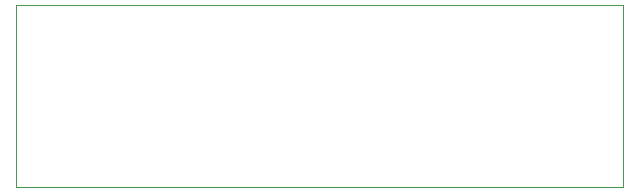
<source format=gm1>
%TF.GenerationSoftware,KiCad,Pcbnew,(5.99.0-7212-gef75ce9035)*%
%TF.CreationDate,2021-04-24T18:58:59-07:00*%
%TF.ProjectId,nikon_ctrl,6e696b6f-6e5f-4637-9472-6c2e6b696361,rev?*%
%TF.SameCoordinates,Original*%
%TF.FileFunction,Profile,NP*%
%FSLAX46Y46*%
G04 Gerber Fmt 4.6, Leading zero omitted, Abs format (unit mm)*
G04 Created by KiCad (PCBNEW (5.99.0-7212-gef75ce9035)) date 2021-04-24 18:58:59*
%MOMM*%
%LPD*%
G01*
G04 APERTURE LIST*
%TA.AperFunction,Profile*%
%ADD10C,0.100000*%
%TD*%
G04 APERTURE END LIST*
D10*
X113974880Y-100496370D02*
X165374320Y-100496370D01*
X165374320Y-100496370D02*
X165374320Y-115860830D01*
X165374320Y-115860830D02*
X113974880Y-115860830D01*
X113974880Y-115860830D02*
X113974880Y-100496370D01*
M02*

</source>
